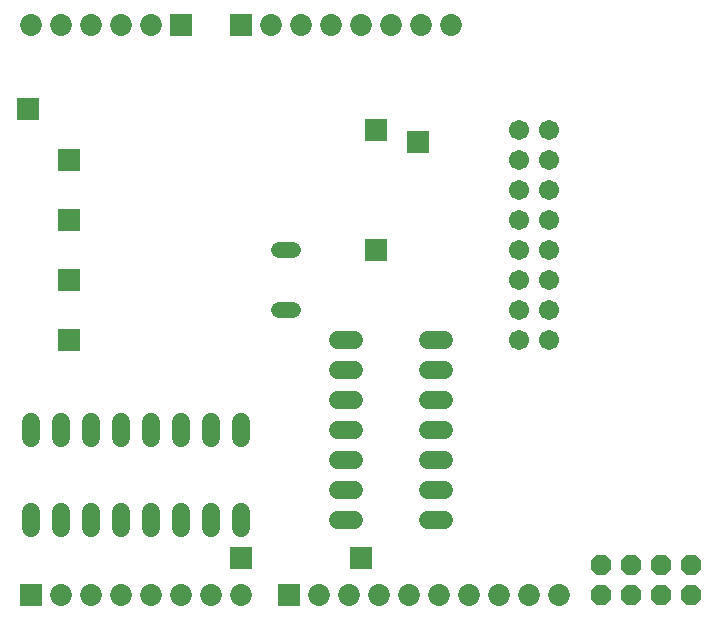
<source format=gbr>
G04 EAGLE Gerber RS-274X export*
G75*
%MOMM*%
%FSLAX34Y34*%
%LPD*%
%INSoldermask Bottom*%
%IPPOS*%
%AMOC8*
5,1,8,0,0,1.08239X$1,22.5*%
G01*
%ADD10C,1.524000*%
%ADD11P,1.869504X8X22.500000*%
%ADD12C,1.320800*%
%ADD13C,1.711200*%
%ADD14C,1.853200*%
%ADD15R,1.853200X1.853200*%
%ADD16R,1.841500X1.841500*%


D10*
X298196Y254000D02*
X311404Y254000D01*
X311404Y228600D02*
X298196Y228600D01*
X298196Y152400D02*
X311404Y152400D01*
X311404Y127000D02*
X298196Y127000D01*
X298196Y203200D02*
X311404Y203200D01*
X311404Y177800D02*
X298196Y177800D01*
X298196Y101600D02*
X311404Y101600D01*
X374396Y101600D02*
X387604Y101600D01*
X387604Y127000D02*
X374396Y127000D01*
X374396Y152400D02*
X387604Y152400D01*
X387604Y177800D02*
X374396Y177800D01*
X374396Y203200D02*
X387604Y203200D01*
X387604Y228600D02*
X374396Y228600D01*
X374396Y254000D02*
X387604Y254000D01*
X215900Y184404D02*
X215900Y171196D01*
X190500Y171196D02*
X190500Y184404D01*
X114300Y184404D02*
X114300Y171196D01*
X88900Y171196D02*
X88900Y184404D01*
X165100Y184404D02*
X165100Y171196D01*
X139700Y171196D02*
X139700Y184404D01*
X63500Y184404D02*
X63500Y171196D01*
X38100Y171196D02*
X38100Y184404D01*
X38100Y108204D02*
X38100Y94996D01*
X63500Y94996D02*
X63500Y108204D01*
X88900Y108204D02*
X88900Y94996D01*
X114300Y94996D02*
X114300Y108204D01*
X139700Y108204D02*
X139700Y94996D01*
X165100Y94996D02*
X165100Y108204D01*
X190500Y108204D02*
X190500Y94996D01*
X215900Y94996D02*
X215900Y108204D01*
D11*
X520700Y38100D03*
X546100Y38100D03*
X571500Y38100D03*
X596900Y38100D03*
X520700Y63500D03*
X546100Y63500D03*
X571500Y63500D03*
X596900Y63500D03*
D12*
X259588Y330200D02*
X248412Y330200D01*
X248412Y279400D02*
X259588Y279400D01*
D13*
X450850Y431800D03*
X476250Y431800D03*
X450850Y406400D03*
X476250Y406400D03*
X450850Y381000D03*
X476250Y381000D03*
X450850Y355600D03*
X476250Y355600D03*
X450850Y330200D03*
X476250Y330200D03*
X450850Y304800D03*
X476250Y304800D03*
X450850Y279400D03*
X476250Y279400D03*
X450850Y254000D03*
X476250Y254000D03*
D14*
X393700Y520700D03*
X368300Y520700D03*
X342900Y520700D03*
X317500Y520700D03*
D15*
X215900Y520700D03*
D14*
X63500Y520700D03*
X114300Y520700D03*
D15*
X165100Y520700D03*
D14*
X434340Y38100D03*
X408940Y38100D03*
X383540Y38100D03*
X307340Y38100D03*
X281940Y38100D03*
X165100Y38100D03*
X63500Y38100D03*
X88900Y38100D03*
X114300Y38100D03*
X139700Y38100D03*
D15*
X38100Y38100D03*
D14*
X38100Y520700D03*
X190500Y38100D03*
X459740Y38100D03*
X485140Y38100D03*
X215900Y38100D03*
X358140Y38100D03*
X88900Y520700D03*
X139700Y520700D03*
D15*
X69850Y355600D03*
X69850Y304800D03*
X256540Y38100D03*
X69850Y406400D03*
X330200Y431800D03*
X330200Y330200D03*
D14*
X332740Y38100D03*
X241300Y520700D03*
X266700Y520700D03*
D16*
X365760Y421640D03*
D14*
X292100Y520700D03*
D15*
X69850Y254000D03*
X317500Y69850D03*
X215900Y69850D03*
D16*
X35560Y449580D03*
M02*

</source>
